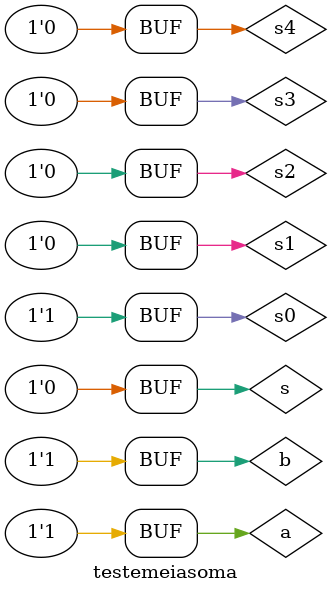
<source format=v>


module testemeiasoma;
reg a, b;
wire s1, s2, s3, s4, s, s0;

not NOT1 (s1, a);                  // TENTE DEFINIR EM OUTRO MODULO
not NOT2 (s2, b);
and AND1 (s3, s1, b);
and AND2 (s4, a, s2);
or OR1 (s, s3, s4);
and AND3 (s0, a, b);

  // parte principal
  initial begin
      $display("Guia 03 - Exercicio 01");
		$display("Bruno Cesar Lopes Silva - 415985");
      $display("Meia Soma");
      $display("\n a + b = s - vai um\n");
  		a=0; b=0;
		$monitor(" %b & %b = %b - %b", a, b, s, s0);
		#1 a=0; b=1;
		#1 a=1; b=0;
		#1 a=1; b=1;
		
		end
		
	endmodule // testemeiasoma
	
// OBS.: FAVOR DEIXAR ESPACOS EM BRANCO NO NOME DE ARQUIVO.

</source>
